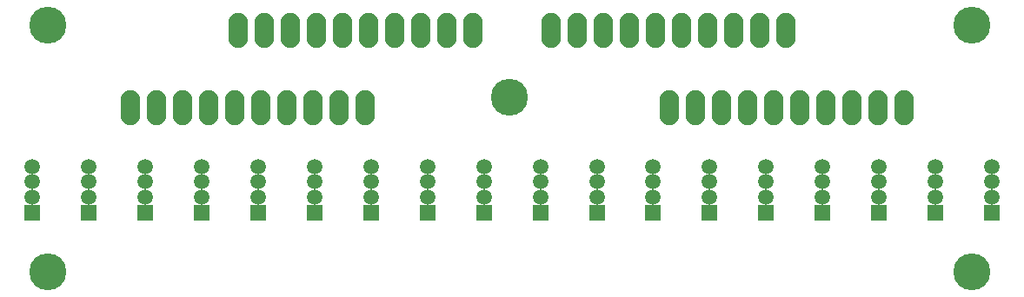
<source format=gbs>
G04 #@! TF.FileFunction,Soldermask,Bot*
%FSLAX46Y46*%
G04 Gerber Fmt 4.6, Leading zero omitted, Abs format (unit mm)*
G04 Created by KiCad (PCBNEW 4.0.7-e0-6372~58~ubuntu16.10.1) date Thu Feb  8 12:56:22 2018*
%MOMM*%
%LPD*%
G01*
G04 APERTURE LIST*
%ADD10C,0.100000*%
%ADD11R,1.500000X1.500000*%
%ADD12C,1.500000*%
%ADD13O,1.906220X3.414980*%
%ADD14C,3.600000*%
G04 APERTURE END LIST*
D10*
D11*
X3500000Y-22250000D03*
D12*
X3500000Y-20750000D03*
X3500000Y-19250000D03*
X3500000Y-17750000D03*
D11*
X9000000Y-22250000D03*
D12*
X9000000Y-20750000D03*
X9000000Y-19250000D03*
X9000000Y-17750000D03*
D11*
X14500000Y-22250000D03*
D12*
X14500000Y-20750000D03*
X14500000Y-19250000D03*
X14500000Y-17750000D03*
D11*
X20000000Y-22250000D03*
D12*
X20000000Y-20750000D03*
X20000000Y-19250000D03*
X20000000Y-17750000D03*
D11*
X25500000Y-22250000D03*
D12*
X25500000Y-20750000D03*
X25500000Y-19250000D03*
X25500000Y-17750000D03*
D11*
X31000000Y-22250000D03*
D12*
X31000000Y-20750000D03*
X31000000Y-19250000D03*
X31000000Y-17750000D03*
D11*
X36500000Y-22250000D03*
D12*
X36500000Y-20750000D03*
X36500000Y-19250000D03*
X36500000Y-17750000D03*
D11*
X42000000Y-22250000D03*
D12*
X42000000Y-20750000D03*
X42000000Y-19250000D03*
X42000000Y-17750000D03*
D11*
X47500000Y-22250000D03*
D12*
X47500000Y-20750000D03*
X47500000Y-19250000D03*
X47500000Y-17750000D03*
D11*
X53000000Y-22250000D03*
D12*
X53000000Y-20750000D03*
X53000000Y-19250000D03*
X53000000Y-17750000D03*
D11*
X58500000Y-22250000D03*
D12*
X58500000Y-20750000D03*
X58500000Y-19250000D03*
X58500000Y-17750000D03*
D11*
X64000000Y-22250000D03*
D12*
X64000000Y-20750000D03*
X64000000Y-19250000D03*
X64000000Y-17750000D03*
D11*
X69500000Y-22250000D03*
D12*
X69500000Y-20750000D03*
X69500000Y-19250000D03*
X69500000Y-17750000D03*
D11*
X75000000Y-22250000D03*
D12*
X75000000Y-20750000D03*
X75000000Y-19250000D03*
X75000000Y-17750000D03*
D11*
X80500000Y-22250000D03*
D12*
X80500000Y-20750000D03*
X80500000Y-19250000D03*
X80500000Y-17750000D03*
D11*
X86000000Y-22250000D03*
D12*
X86000000Y-20750000D03*
X86000000Y-19250000D03*
X86000000Y-17750000D03*
D13*
X13070000Y-12000000D03*
X15610000Y-12000000D03*
X18150000Y-12000000D03*
X20690000Y-12000000D03*
X35930000Y-12000000D03*
X33390000Y-12000000D03*
X30850000Y-12000000D03*
X28310000Y-12000000D03*
X25770000Y-12000000D03*
X23230000Y-12000000D03*
X65570000Y-12000000D03*
X68110000Y-12000000D03*
X70650000Y-12000000D03*
X73190000Y-12000000D03*
X88430000Y-12000000D03*
X85890000Y-12000000D03*
X83350000Y-12000000D03*
X80810000Y-12000000D03*
X78270000Y-12000000D03*
X75730000Y-12000000D03*
X23570000Y-4500000D03*
X26110000Y-4500000D03*
X28650000Y-4500000D03*
X31190000Y-4500000D03*
X46430000Y-4500000D03*
X43890000Y-4500000D03*
X41350000Y-4500000D03*
X38810000Y-4500000D03*
X36270000Y-4500000D03*
X33730000Y-4500000D03*
X54070000Y-4500000D03*
X56610000Y-4500000D03*
X59150000Y-4500000D03*
X61690000Y-4500000D03*
X76930000Y-4500000D03*
X74390000Y-4500000D03*
X71850000Y-4500000D03*
X69310000Y-4500000D03*
X66770000Y-4500000D03*
X64230000Y-4500000D03*
D11*
X91500000Y-22250000D03*
D12*
X91500000Y-20750000D03*
X91500000Y-19250000D03*
X91500000Y-17750000D03*
D11*
X97000000Y-22250000D03*
D12*
X97000000Y-20750000D03*
X97000000Y-19250000D03*
X97000000Y-17750000D03*
D14*
X50000000Y-11000000D03*
X5000000Y-28000000D03*
X95000000Y-4000000D03*
X5000000Y-4000000D03*
X95000000Y-28000000D03*
M02*

</source>
